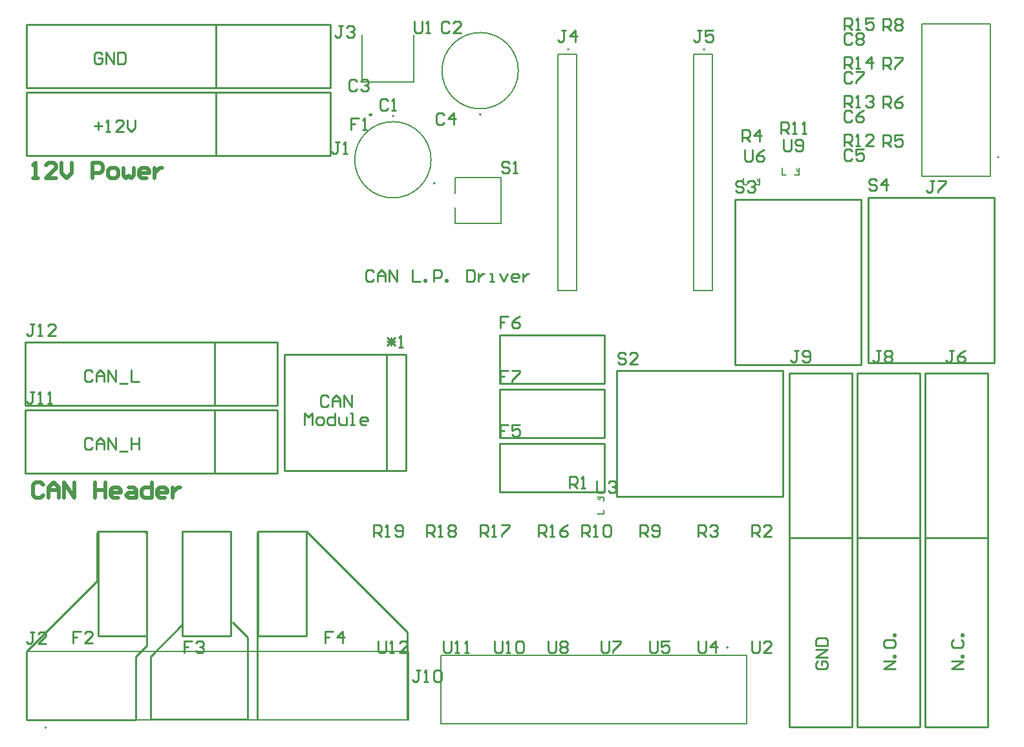
<source format=gto>
G04*
G04 #@! TF.GenerationSoftware,Altium Limited,Altium Designer,21.6.4 (81)*
G04*
G04 Layer_Color=65535*
%FSLAX25Y25*%
%MOIN*%
G70*
G04*
G04 #@! TF.SameCoordinates,954FB955-D8E7-4683-B3BB-D37EB7A61878*
G04*
G04*
G04 #@! TF.FilePolarity,Positive*
G04*
G01*
G75*
%ADD10C,0.00787*%
%ADD11C,0.00600*%
%ADD12C,0.00500*%
%ADD13C,0.01181*%
%ADD14C,0.01000*%
%ADD15C,0.02000*%
D10*
X502579Y295315D02*
G03*
X502579Y295315I-394J0D01*
G01*
X362864Y42185D02*
G03*
X362864Y42185I-394J0D01*
G01*
X190394Y316638D02*
G03*
X190394Y316638I-394J0D01*
G01*
X211756Y281858D02*
G03*
X211756Y281858I-394J0D01*
G01*
X235394Y317362D02*
G03*
X235394Y317362I-394J0D01*
G01*
X11328Y787D02*
G03*
X11328Y787I-394J0D01*
G01*
X350787Y351043D02*
G03*
X350787Y351043I-394J0D01*
G01*
X280787D02*
G03*
X280787Y351043I-394J0D01*
G01*
X345256Y348504D02*
X354744D01*
Y226496D02*
Y348504D01*
X345256Y226496D02*
Y348504D01*
Y226496D02*
X354744D01*
X275256Y348504D02*
X284744D01*
Y226496D02*
Y348504D01*
X275256Y226496D02*
Y348504D01*
Y226496D02*
X284744D01*
D11*
X295695Y118702D02*
G03*
X297200Y119795I341J1114D01*
G01*
X378101Y284005D02*
G03*
X379195Y282500I1114J-341D01*
G01*
X398201Y289305D02*
G03*
X399295Y287800I1114J-341D01*
G01*
X295300Y119800D02*
X297200D01*
X298700D01*
Y111200D02*
Y113300D01*
X295300Y111200D02*
X298700D01*
Y117700D02*
Y119800D01*
X377100Y281000D02*
X379200D01*
X370600D02*
Y284400D01*
Y281000D02*
X372700D01*
X379200D02*
Y282500D01*
Y284400D01*
X397200Y286300D02*
X399300D01*
X390700D02*
Y289700D01*
Y286300D02*
X392800D01*
X399300D02*
Y287800D01*
Y289700D01*
D12*
X209685Y294000D02*
G03*
X209685Y294000I-19685J0D01*
G01*
X254685Y340000D02*
G03*
X254685Y340000I-19685J0D01*
G01*
X498248Y285472D02*
Y364213D01*
X462815Y285472D02*
Y364213D01*
X498248D01*
X462815Y285472D02*
X498248D01*
X214832Y38248D02*
X372313D01*
X214832Y2815D02*
X372313D01*
X214832D02*
Y38248D01*
X372313Y2815D02*
Y38248D01*
X222189Y276937D02*
Y284811D01*
Y261189D02*
Y269063D01*
Y261189D02*
X245811D01*
Y284811D01*
X222189D02*
X245811D01*
X221795Y276937D02*
X222189D01*
X221795Y269063D02*
X222189D01*
X174232Y334122D02*
X200768D01*
Y358614D01*
X174232Y334122D02*
Y358614D01*
X1092Y4724D02*
Y40157D01*
X197942Y4724D02*
Y40157D01*
X1092D02*
X197942D01*
X1092Y4724D02*
X197942D01*
D13*
X178839Y317303D02*
G03*
X178839Y317303I-394J0D01*
G01*
D14*
X134250Y133500D02*
X196750D01*
X134250Y193500D02*
X196750D01*
Y133500D02*
Y193500D01*
X134250Y133500D02*
Y193500D01*
X245000Y178500D02*
Y203500D01*
X299000Y178500D02*
Y203500D01*
X245000D02*
X299000D01*
X245000Y178500D02*
X299000D01*
X245000Y150500D02*
Y175500D01*
X299000Y150500D02*
Y175500D01*
X245000D02*
X299000D01*
X245000Y150500D02*
X299000D01*
X496850Y98750D02*
Y183750D01*
X464350Y98750D02*
Y183750D01*
Y98750D02*
X496850D01*
X464400Y183800D02*
X496800D01*
X496850Y1250D02*
Y98750D01*
X464350Y1250D02*
Y98750D01*
X496850D01*
X464350Y1250D02*
X496850D01*
X429350D02*
X461850D01*
X429350Y98750D02*
X461850D01*
X429350Y1250D02*
Y98750D01*
X461850Y1250D02*
Y98750D01*
X429400Y183800D02*
X461800D01*
X429350Y98750D02*
X461850D01*
X429350D02*
Y183750D01*
X461850Y98750D02*
Y183750D01*
X426850Y98750D02*
Y183750D01*
X394350Y98750D02*
Y183750D01*
Y98750D02*
X426850D01*
X394400Y183800D02*
X426800D01*
X426850Y1250D02*
Y98750D01*
X394350Y1250D02*
Y98750D01*
X426850D01*
X394350Y1250D02*
X426850D01*
X1250Y331250D02*
X98750D01*
X1250Y363750D02*
X98750D01*
Y331250D02*
Y363750D01*
X1250Y331250D02*
Y363750D01*
X98750Y331250D02*
X131250D01*
X98750Y363750D02*
X131250D01*
X98750Y331250D02*
Y363750D01*
X125250Y331250D02*
X157750D01*
X125250Y363750D02*
X157750D01*
Y331250D02*
Y363750D01*
X1250Y296250D02*
X98750D01*
X1250Y328750D02*
X98750D01*
Y296250D02*
Y328750D01*
X1250Y296250D02*
Y328750D01*
X98750Y296250D02*
X131250D01*
X98750Y328750D02*
X131250D01*
X98750Y296250D02*
Y328750D01*
X125250Y296250D02*
X157750D01*
X125250Y328750D02*
X157750D01*
Y296250D02*
Y328750D01*
X120500Y48000D02*
Y102000D01*
X145500Y48000D02*
Y102000D01*
X120500Y48000D02*
X145500D01*
X120500Y102000D02*
X145500D01*
X81500Y48000D02*
Y102000D01*
X106500Y48000D02*
Y102000D01*
X81500Y48000D02*
X106500D01*
X81500Y102000D02*
X106500D01*
X38100Y48000D02*
Y102000D01*
X63100Y48000D02*
Y102000D01*
X38100Y48000D02*
X63100D01*
X38100Y102000D02*
X63100D01*
X62500Y101400D02*
X63100Y102000D01*
X38100D02*
X63100D01*
X37500Y101400D02*
X38100Y102000D01*
X37500Y76565D02*
Y101400D01*
X1092Y40157D02*
X37500Y76565D01*
X1092Y4724D02*
Y40157D01*
Y4724D02*
X57224D01*
X57500Y5000D01*
Y37500D01*
X63100Y43100D01*
Y48000D01*
X107500Y55000D02*
X115000Y47500D01*
Y5000D02*
Y47500D01*
X65000Y5000D02*
X115000D01*
X65000D02*
Y37500D01*
X81500Y54000D01*
Y102000D01*
X197333Y5000D02*
X197500Y5167D01*
Y50000D01*
X145500Y102000D02*
X197500Y50000D01*
X120500Y102000D02*
X145500D01*
X120000Y101500D02*
X120500Y102000D01*
X120000Y5000D02*
Y101500D01*
X186750Y133500D02*
X196750D01*
X186750Y193500D02*
X196750D01*
X186750Y133500D02*
Y193500D01*
X196750Y133500D02*
Y193500D01*
X305500Y120039D02*
Y185000D01*
X391000Y120039D02*
Y185000D01*
X305500D02*
X391000D01*
X305500Y120039D02*
X391000D01*
X245000Y122500D02*
Y147500D01*
X299000Y122500D02*
Y147500D01*
X245000D02*
X299000D01*
X245000Y122500D02*
X299000D01*
X366417Y273516D02*
X431378D01*
X366417Y188016D02*
X431378D01*
Y273516D01*
X366417Y188016D02*
Y273516D01*
X435039Y274500D02*
X500000D01*
X435039Y189000D02*
X500000D01*
Y274500D01*
X435039Y189000D02*
Y274500D01*
X500Y132250D02*
X98000D01*
X500Y164750D02*
X98000D01*
Y132250D02*
Y164750D01*
X500Y132250D02*
Y164750D01*
X98000Y132250D02*
X130500D01*
X98000Y164750D02*
X130500D01*
Y132250D02*
Y164750D01*
X98000Y132250D02*
Y164750D01*
X500Y167250D02*
X98000D01*
X500Y199750D02*
X98000D01*
Y167250D02*
Y199750D01*
X500Y167250D02*
Y199750D01*
X98000Y167250D02*
X130500D01*
X98000Y199750D02*
X130500D01*
Y167250D02*
Y199750D01*
X98000Y167250D02*
Y199750D01*
X156756Y171596D02*
X155756Y172596D01*
X153757D01*
X152757Y171596D01*
Y167597D01*
X153757Y166598D01*
X155756D01*
X156756Y167597D01*
X158755Y166598D02*
Y170596D01*
X160755Y172596D01*
X162754Y170596D01*
Y166598D01*
Y169597D01*
X158755D01*
X164753Y166598D02*
Y172596D01*
X168752Y166598D01*
Y172596D01*
X144260Y157000D02*
Y162998D01*
X146259Y160999D01*
X148259Y162998D01*
Y157000D01*
X151258D02*
X153257D01*
X154257Y158000D01*
Y159999D01*
X153257Y160999D01*
X151258D01*
X150258Y159999D01*
Y158000D01*
X151258Y157000D01*
X160255Y162998D02*
Y157000D01*
X157256D01*
X156256Y158000D01*
Y159999D01*
X157256Y160999D01*
X160255D01*
X162254D02*
Y158000D01*
X163254Y157000D01*
X166253D01*
Y160999D01*
X168252Y157000D02*
X170252D01*
X169252D01*
Y162998D01*
X168252D01*
X176250Y157000D02*
X174250D01*
X173251Y158000D01*
Y159999D01*
X174250Y160999D01*
X176250D01*
X177249Y159999D01*
Y158999D01*
X173251D01*
X179999Y235998D02*
X178999Y236998D01*
X177000D01*
X176000Y235998D01*
Y232000D01*
X177000Y231000D01*
X178999D01*
X179999Y232000D01*
X181998Y231000D02*
Y234999D01*
X183997Y236998D01*
X185997Y234999D01*
Y231000D01*
Y233999D01*
X181998D01*
X187996Y231000D02*
Y236998D01*
X191995Y231000D01*
Y236998D01*
X199992D02*
Y231000D01*
X203991D01*
X205990D02*
Y232000D01*
X206990D01*
Y231000D01*
X205990D01*
X210989D02*
Y236998D01*
X213988D01*
X214987Y235998D01*
Y233999D01*
X213988Y232999D01*
X210989D01*
X216987Y231000D02*
Y232000D01*
X217986D01*
Y231000D01*
X216987D01*
X227983Y236998D02*
Y231000D01*
X230982D01*
X231982Y232000D01*
Y235998D01*
X230982Y236998D01*
X227983D01*
X233981Y234999D02*
Y231000D01*
Y232999D01*
X234981Y233999D01*
X235981Y234999D01*
X236980D01*
X239979Y231000D02*
X241979D01*
X240979D01*
Y234999D01*
X239979D01*
X244978D02*
X246977Y231000D01*
X248976Y234999D01*
X253975Y231000D02*
X251975D01*
X250976Y232000D01*
Y233999D01*
X251975Y234999D01*
X253975D01*
X254974Y233999D01*
Y232999D01*
X250976D01*
X256974Y234999D02*
Y231000D01*
Y232999D01*
X257974Y233999D01*
X258973Y234999D01*
X259973D01*
X409002Y34999D02*
X408002Y33999D01*
Y32000D01*
X409002Y31000D01*
X413000D01*
X414000Y32000D01*
Y33999D01*
X413000Y34999D01*
X411001D01*
Y32999D01*
X414000Y36998D02*
X408002D01*
X414000Y40997D01*
X408002D01*
Y42996D02*
X414000D01*
Y45995D01*
X413000Y46995D01*
X409002D01*
X408002Y45995D01*
Y42996D01*
X484000Y31000D02*
X478002D01*
X484000Y34999D01*
X478002D01*
X484000Y36998D02*
X483000D01*
Y37998D01*
X484000D01*
Y36998D01*
X479002Y45995D02*
X478002Y44995D01*
Y42996D01*
X479002Y41996D01*
X483000D01*
X484000Y42996D01*
Y44995D01*
X483000Y45995D01*
X484000Y47995D02*
X483000D01*
Y48994D01*
X484000D01*
Y47995D01*
X449000Y31000D02*
X443002D01*
X449000Y34999D01*
X443002D01*
X449000Y36998D02*
X448000D01*
Y37998D01*
X449000D01*
Y36998D01*
X443002Y44995D02*
Y42996D01*
X444002Y41996D01*
X448000D01*
X449000Y42996D01*
Y44995D01*
X448000Y45995D01*
X444002D01*
X443002Y44995D01*
X449000Y47995D02*
X448000D01*
Y48994D01*
X449000D01*
Y47995D01*
X36000Y311499D02*
X39999D01*
X37999Y313498D02*
Y309500D01*
X41998Y308500D02*
X43997D01*
X42998D01*
Y314498D01*
X41998Y313498D01*
X50995Y308500D02*
X46996D01*
X50995Y312499D01*
Y313498D01*
X49995Y314498D01*
X47996D01*
X46996Y313498D01*
X52995Y314498D02*
Y310499D01*
X54994Y308500D01*
X56993Y310499D01*
Y314498D01*
X39999Y348498D02*
X38999Y349498D01*
X37000D01*
X36000Y348498D01*
Y344500D01*
X37000Y343500D01*
X38999D01*
X39999Y344500D01*
Y346499D01*
X37999D01*
X41998Y343500D02*
Y349498D01*
X45997Y343500D01*
Y349498D01*
X47996D02*
Y343500D01*
X50995D01*
X51995Y344500D01*
Y348498D01*
X50995Y349498D01*
X47996D01*
X34999Y149498D02*
X33999Y150498D01*
X32000D01*
X31000Y149498D01*
Y145499D01*
X32000Y144500D01*
X33999D01*
X34999Y145499D01*
X36998Y144500D02*
Y148498D01*
X38997Y150498D01*
X40997Y148498D01*
Y144500D01*
Y147499D01*
X36998D01*
X42996Y144500D02*
Y150498D01*
X46995Y144500D01*
Y150498D01*
X48994Y143500D02*
X52993D01*
X54992Y150498D02*
Y144500D01*
Y147499D01*
X58991D01*
Y150498D01*
Y144500D01*
X34999Y184498D02*
X33999Y185498D01*
X32000D01*
X31000Y184498D01*
Y180499D01*
X32000Y179500D01*
X33999D01*
X34999Y180499D01*
X36998Y179500D02*
Y183498D01*
X38997Y185498D01*
X40997Y183498D01*
Y179500D01*
Y182499D01*
X36998D01*
X42996Y179500D02*
Y185498D01*
X46995Y179500D01*
Y185498D01*
X48994Y178500D02*
X52993D01*
X54992Y185498D02*
Y179500D01*
X58991D01*
X249499Y184998D02*
X245500D01*
Y181999D01*
X247499D01*
X245500D01*
Y179000D01*
X251498Y184998D02*
X255497D01*
Y183998D01*
X251498Y180000D01*
Y179000D01*
X249499Y212998D02*
X245500D01*
Y209999D01*
X247499D01*
X245500D01*
Y207000D01*
X255497Y212998D02*
X253497Y211998D01*
X251498Y209999D01*
Y208000D01*
X252498Y207000D01*
X254497D01*
X255497Y208000D01*
Y208999D01*
X254497Y209999D01*
X251498D01*
X182502Y45499D02*
Y40501D01*
X183502Y39501D01*
X185502D01*
X186501Y40501D01*
Y45499D01*
X188500Y39501D02*
X190500D01*
X189500D01*
Y45499D01*
X188500Y44499D01*
X197498Y39501D02*
X193499D01*
X197498Y43500D01*
Y44499D01*
X196498Y45499D01*
X194499D01*
X193499Y44499D01*
X216002Y45499D02*
Y40501D01*
X217002Y39501D01*
X219001D01*
X220001Y40501D01*
Y45499D01*
X222000Y39501D02*
X224000D01*
X223000D01*
Y45499D01*
X222000Y44499D01*
X226998Y39501D02*
X228998D01*
X227998D01*
Y45499D01*
X226998Y44499D01*
X242502Y45499D02*
Y40501D01*
X243502Y39501D01*
X245501D01*
X246501Y40501D01*
Y45499D01*
X248500Y39501D02*
X250500D01*
X249500D01*
Y45499D01*
X248500Y44499D01*
X253499D02*
X254499Y45499D01*
X256498D01*
X257498Y44499D01*
Y40501D01*
X256498Y39501D01*
X254499D01*
X253499Y40501D01*
Y44499D01*
X391400Y304398D02*
Y299400D01*
X392400Y298400D01*
X394399D01*
X395399Y299400D01*
Y304398D01*
X397398Y299400D02*
X398398Y298400D01*
X400397D01*
X401397Y299400D01*
Y303398D01*
X400397Y304398D01*
X398398D01*
X397398Y303398D01*
Y302399D01*
X398398Y301399D01*
X401397D01*
X270002Y45499D02*
Y40501D01*
X271001Y39501D01*
X273001D01*
X274000Y40501D01*
Y45499D01*
X276000Y44499D02*
X276999Y45499D01*
X278999D01*
X279998Y44499D01*
Y43500D01*
X278999Y42500D01*
X279998Y41500D01*
Y40501D01*
X278999Y39501D01*
X276999D01*
X276000Y40501D01*
Y41500D01*
X276999Y42500D01*
X276000Y43500D01*
Y44499D01*
X276999Y42500D02*
X278999D01*
X297502Y45499D02*
Y40501D01*
X298501Y39501D01*
X300501D01*
X301500Y40501D01*
Y45499D01*
X303500D02*
X307498D01*
Y44499D01*
X303500Y40501D01*
Y39501D01*
X371300Y299098D02*
Y294100D01*
X372300Y293100D01*
X374299D01*
X375299Y294100D01*
Y299098D01*
X381297D02*
X379297Y298098D01*
X377298Y296099D01*
Y294100D01*
X378298Y293100D01*
X380297D01*
X381297Y294100D01*
Y295099D01*
X380297Y296099D01*
X377298D01*
X322502Y45499D02*
Y40501D01*
X323501Y39501D01*
X325501D01*
X326500Y40501D01*
Y45499D01*
X332498D02*
X328500D01*
Y42500D01*
X330499Y43500D01*
X331499D01*
X332498Y42500D01*
Y40501D01*
X331499Y39501D01*
X329499D01*
X328500Y40501D01*
X347502Y45499D02*
Y40501D01*
X348501Y39501D01*
X350501D01*
X351500Y40501D01*
Y45499D01*
X356499Y39501D02*
Y45499D01*
X353500Y42500D01*
X357498D01*
X295002Y127999D02*
Y123001D01*
X296001Y122001D01*
X298001D01*
X299000Y123001D01*
Y127999D01*
X301000Y126999D02*
X301999Y127999D01*
X303999D01*
X304998Y126999D01*
Y126000D01*
X303999Y125000D01*
X302999D01*
X303999D01*
X304998Y124000D01*
Y123001D01*
X303999Y122001D01*
X301999D01*
X301000Y123001D01*
X375002Y45499D02*
Y40501D01*
X376001Y39501D01*
X378001D01*
X379000Y40501D01*
Y45499D01*
X384998Y39501D02*
X381000D01*
X384998Y43500D01*
Y44499D01*
X383999Y45499D01*
X381999D01*
X381000Y44499D01*
X201001Y365499D02*
Y360501D01*
X202001Y359501D01*
X204000D01*
X205000Y360501D01*
Y365499D01*
X206999Y359501D02*
X208999D01*
X207999D01*
Y365499D01*
X206999Y364499D01*
X439499Y282998D02*
X438499Y283998D01*
X436500D01*
X435500Y282998D01*
Y281999D01*
X436500Y280999D01*
X438499D01*
X439499Y279999D01*
Y279000D01*
X438499Y278000D01*
X436500D01*
X435500Y279000D01*
X444497Y278000D02*
Y283998D01*
X441498Y280999D01*
X445497D01*
X370899Y281998D02*
X369899Y282998D01*
X367900D01*
X366900Y281998D01*
Y280999D01*
X367900Y279999D01*
X369899D01*
X370899Y278999D01*
Y278000D01*
X369899Y277000D01*
X367900D01*
X366900Y278000D01*
X372898Y281998D02*
X373898Y282998D01*
X375897D01*
X376897Y281998D01*
Y280999D01*
X375897Y279999D01*
X374897D01*
X375897D01*
X376897Y278999D01*
Y278000D01*
X375897Y277000D01*
X373898D01*
X372898Y278000D01*
X309999Y193498D02*
X308999Y194498D01*
X307000D01*
X306000Y193498D01*
Y192499D01*
X307000Y191499D01*
X308999D01*
X309999Y190499D01*
Y189500D01*
X308999Y188500D01*
X307000D01*
X306000Y189500D01*
X315997Y188500D02*
X311998D01*
X315997Y192499D01*
Y193498D01*
X314997Y194498D01*
X312998D01*
X311998Y193498D01*
X250000Y291999D02*
X249000Y292999D01*
X247001D01*
X246001Y291999D01*
Y291000D01*
X247001Y290000D01*
X249000D01*
X250000Y289000D01*
Y288001D01*
X249000Y287001D01*
X247001D01*
X246001Y288001D01*
X251999Y287001D02*
X253999D01*
X252999D01*
Y292999D01*
X251999Y291999D01*
X180002Y99501D02*
Y105499D01*
X183001D01*
X184001Y104499D01*
Y102500D01*
X183001Y101500D01*
X180002D01*
X182002D02*
X184001Y99501D01*
X186001D02*
X188000D01*
X187000D01*
Y105499D01*
X186001Y104499D01*
X190999Y100501D02*
X191999Y99501D01*
X193998D01*
X194998Y100501D01*
Y104499D01*
X193998Y105499D01*
X191999D01*
X190999Y104499D01*
Y103500D01*
X191999Y102500D01*
X194998D01*
X207502Y99501D02*
Y105499D01*
X210502D01*
X211501Y104499D01*
Y102500D01*
X210502Y101500D01*
X207502D01*
X209502D02*
X211501Y99501D01*
X213500D02*
X215500D01*
X214500D01*
Y105499D01*
X213500Y104499D01*
X218499D02*
X219498Y105499D01*
X221498D01*
X222498Y104499D01*
Y103500D01*
X221498Y102500D01*
X222498Y101500D01*
Y100501D01*
X221498Y99501D01*
X219498D01*
X218499Y100501D01*
Y101500D01*
X219498Y102500D01*
X218499Y103500D01*
Y104499D01*
X219498Y102500D02*
X221498D01*
X235002Y99501D02*
Y105499D01*
X238001D01*
X239001Y104499D01*
Y102500D01*
X238001Y101500D01*
X235002D01*
X237002D02*
X239001Y99501D01*
X241001D02*
X243000D01*
X242000D01*
Y105499D01*
X241001Y104499D01*
X245999Y105499D02*
X249998D01*
Y104499D01*
X245999Y100501D01*
Y99501D01*
X265002D02*
Y105499D01*
X268002D01*
X269001Y104499D01*
Y102500D01*
X268002Y101500D01*
X265002D01*
X267002D02*
X269001Y99501D01*
X271001D02*
X273000D01*
X272000D01*
Y105499D01*
X271001Y104499D01*
X279998Y105499D02*
X277998Y104499D01*
X275999Y102500D01*
Y100501D01*
X276998Y99501D01*
X278998D01*
X279998Y100501D01*
Y101500D01*
X278998Y102500D01*
X275999D01*
X422700Y361000D02*
Y366998D01*
X425699D01*
X426699Y365998D01*
Y363999D01*
X425699Y362999D01*
X422700D01*
X424699D02*
X426699Y361000D01*
X428698D02*
X430697D01*
X429698D01*
Y366998D01*
X428698Y365998D01*
X437695Y366998D02*
X433696D01*
Y363999D01*
X435696Y364999D01*
X436695D01*
X437695Y363999D01*
Y362000D01*
X436695Y361000D01*
X434696D01*
X433696Y362000D01*
X422700Y341000D02*
Y346998D01*
X425699D01*
X426699Y345998D01*
Y343999D01*
X425699Y342999D01*
X422700D01*
X424699D02*
X426699Y341000D01*
X428698D02*
X430697D01*
X429698D01*
Y346998D01*
X428698Y345998D01*
X436695Y341000D02*
Y346998D01*
X433696Y343999D01*
X437695D01*
X422700Y321000D02*
Y326998D01*
X425699D01*
X426699Y325998D01*
Y323999D01*
X425699Y322999D01*
X422700D01*
X424699D02*
X426699Y321000D01*
X428698D02*
X430697D01*
X429698D01*
Y326998D01*
X428698Y325998D01*
X433696D02*
X434696Y326998D01*
X436695D01*
X437695Y325998D01*
Y324999D01*
X436695Y323999D01*
X435696D01*
X436695D01*
X437695Y322999D01*
Y322000D01*
X436695Y321000D01*
X434696D01*
X433696Y322000D01*
X422700Y301000D02*
Y306998D01*
X425699D01*
X426699Y305998D01*
Y303999D01*
X425699Y302999D01*
X422700D01*
X424699D02*
X426699Y301000D01*
X428698D02*
X430697D01*
X429698D01*
Y306998D01*
X428698Y305998D01*
X437695Y301000D02*
X433696D01*
X437695Y304999D01*
Y305998D01*
X436695Y306998D01*
X434696D01*
X433696Y305998D01*
X390100Y307400D02*
Y313398D01*
X393099D01*
X394099Y312398D01*
Y310399D01*
X393099Y309399D01*
X390100D01*
X392099D02*
X394099Y307400D01*
X396098D02*
X398097D01*
X397098D01*
Y313398D01*
X396098Y312398D01*
X401096Y307400D02*
X403096D01*
X402096D01*
Y313398D01*
X401096Y312398D01*
X287502Y99501D02*
Y105499D01*
X290501D01*
X291501Y104499D01*
Y102500D01*
X290501Y101500D01*
X287502D01*
X289502D02*
X291501Y99501D01*
X293500D02*
X295500D01*
X294500D01*
Y105499D01*
X293500Y104499D01*
X298499D02*
X299499Y105499D01*
X301498D01*
X302498Y104499D01*
Y100501D01*
X301498Y99501D01*
X299499D01*
X298499Y100501D01*
Y104499D01*
X317502Y99501D02*
Y105499D01*
X320501D01*
X321500Y104499D01*
Y102500D01*
X320501Y101500D01*
X317502D01*
X319501D02*
X321500Y99501D01*
X323500Y100501D02*
X324499Y99501D01*
X326499D01*
X327498Y100501D01*
Y104499D01*
X326499Y105499D01*
X324499D01*
X323500Y104499D01*
Y103500D01*
X324499Y102500D01*
X327498D01*
X442600Y360900D02*
Y366898D01*
X445599D01*
X446599Y365898D01*
Y363899D01*
X445599Y362899D01*
X442600D01*
X444599D02*
X446599Y360900D01*
X448598Y365898D02*
X449598Y366898D01*
X451597D01*
X452597Y365898D01*
Y364899D01*
X451597Y363899D01*
X452597Y362899D01*
Y361900D01*
X451597Y360900D01*
X449598D01*
X448598Y361900D01*
Y362899D01*
X449598Y363899D01*
X448598Y364899D01*
Y365898D01*
X449598Y363899D02*
X451597D01*
X442600Y340900D02*
Y346898D01*
X445599D01*
X446599Y345898D01*
Y343899D01*
X445599Y342899D01*
X442600D01*
X444599D02*
X446599Y340900D01*
X448598Y346898D02*
X452597D01*
Y345898D01*
X448598Y341900D01*
Y340900D01*
X442600Y320900D02*
Y326898D01*
X445599D01*
X446599Y325898D01*
Y323899D01*
X445599Y322899D01*
X442600D01*
X444599D02*
X446599Y320900D01*
X452597Y326898D02*
X450597Y325898D01*
X448598Y323899D01*
Y321900D01*
X449598Y320900D01*
X451597D01*
X452597Y321900D01*
Y322899D01*
X451597Y323899D01*
X448598D01*
X442600Y300900D02*
Y306898D01*
X445599D01*
X446599Y305898D01*
Y303899D01*
X445599Y302899D01*
X442600D01*
X444599D02*
X446599Y300900D01*
X452597Y306898D02*
X448598D01*
Y303899D01*
X450597Y304899D01*
X451597D01*
X452597Y303899D01*
Y301900D01*
X451597Y300900D01*
X449598D01*
X448598Y301900D01*
X370100Y303400D02*
Y309398D01*
X373099D01*
X374099Y308398D01*
Y306399D01*
X373099Y305399D01*
X370100D01*
X372099D02*
X374099Y303400D01*
X379097D02*
Y309398D01*
X376098Y306399D01*
X380097D01*
X347502Y99501D02*
Y105499D01*
X350501D01*
X351500Y104499D01*
Y102500D01*
X350501Y101500D01*
X347502D01*
X349501D02*
X351500Y99501D01*
X353500Y104499D02*
X354499Y105499D01*
X356499D01*
X357498Y104499D01*
Y103500D01*
X356499Y102500D01*
X355499D01*
X356499D01*
X357498Y101500D01*
Y100501D01*
X356499Y99501D01*
X354499D01*
X353500Y100501D01*
X375002Y99501D02*
Y105499D01*
X378001D01*
X379000Y104499D01*
Y102500D01*
X378001Y101500D01*
X375002D01*
X377001D02*
X379000Y99501D01*
X384998D02*
X381000D01*
X384998Y103500D01*
Y104499D01*
X383999Y105499D01*
X381999D01*
X381000Y104499D01*
X281001Y124501D02*
Y130499D01*
X284000D01*
X285000Y129499D01*
Y127500D01*
X284000Y126500D01*
X281001D01*
X283001D02*
X285000Y124501D01*
X286999D02*
X288999D01*
X287999D01*
Y130499D01*
X286999Y129499D01*
X5049Y209198D02*
X3049D01*
X4049D01*
Y204200D01*
X3049Y203200D01*
X2050D01*
X1050Y204200D01*
X7048Y203200D02*
X9047D01*
X8048D01*
Y209198D01*
X7048Y208198D01*
X16045Y203200D02*
X12046D01*
X16045Y207199D01*
Y208198D01*
X15045Y209198D01*
X13046D01*
X12046Y208198D01*
X5049Y174198D02*
X3049D01*
X4049D01*
Y169200D01*
X3049Y168200D01*
X2050D01*
X1050Y169200D01*
X7048Y168200D02*
X9047D01*
X8048D01*
Y174198D01*
X7048Y173198D01*
X12046Y168200D02*
X14046D01*
X13046D01*
Y174198D01*
X12046Y173198D01*
X204001Y30499D02*
X202002D01*
X203001D01*
Y25501D01*
X202002Y24501D01*
X201002D01*
X200002Y25501D01*
X206000Y24501D02*
X208000D01*
X207000D01*
Y30499D01*
X206000Y29499D01*
X210999D02*
X211999Y30499D01*
X213998D01*
X214998Y29499D01*
Y25501D01*
X213998Y24501D01*
X211999D01*
X210999Y25501D01*
Y29499D01*
X399000Y195499D02*
X397001D01*
X398001D01*
Y190501D01*
X397001Y189501D01*
X396001D01*
X395002Y190501D01*
X401000D02*
X401999Y189501D01*
X403999D01*
X404998Y190501D01*
Y194499D01*
X403999Y195499D01*
X401999D01*
X401000Y194499D01*
Y193500D01*
X401999Y192500D01*
X404998D01*
X441500Y195499D02*
X439501D01*
X440501D01*
Y190501D01*
X439501Y189501D01*
X438501D01*
X437502Y190501D01*
X443500Y194499D02*
X444499Y195499D01*
X446499D01*
X447498Y194499D01*
Y193500D01*
X446499Y192500D01*
X447498Y191500D01*
Y190501D01*
X446499Y189501D01*
X444499D01*
X443500Y190501D01*
Y191500D01*
X444499Y192500D01*
X443500Y193500D01*
Y194499D01*
X444499Y192500D02*
X446499D01*
X469000Y282999D02*
X467001D01*
X468001D01*
Y278001D01*
X467001Y277001D01*
X466001D01*
X465002Y278001D01*
X471000Y282999D02*
X474998D01*
Y281999D01*
X471000Y278001D01*
Y277001D01*
X479000Y195499D02*
X477001D01*
X478001D01*
Y190501D01*
X477001Y189501D01*
X476001D01*
X475002Y190501D01*
X484998Y195499D02*
X482999Y194499D01*
X481000Y192500D01*
Y190501D01*
X481999Y189501D01*
X483999D01*
X484998Y190501D01*
Y191500D01*
X483999Y192500D01*
X481000D01*
X349199Y360798D02*
X347199D01*
X348199D01*
Y355800D01*
X347199Y354800D01*
X346200D01*
X345200Y355800D01*
X355197Y360798D02*
X351198D01*
Y357799D01*
X353197Y358799D01*
X354197D01*
X355197Y357799D01*
Y355800D01*
X354197Y354800D01*
X352198D01*
X351198Y355800D01*
X279199Y360798D02*
X277199D01*
X278199D01*
Y355800D01*
X277199Y354800D01*
X276200D01*
X275200Y355800D01*
X284197Y354800D02*
Y360798D01*
X281198Y357799D01*
X285197D01*
X164000Y362999D02*
X162001D01*
X163001D01*
Y358001D01*
X162001Y357001D01*
X161001D01*
X160002Y358001D01*
X166000Y361999D02*
X166999Y362999D01*
X168999D01*
X169998Y361999D01*
Y361000D01*
X168999Y360000D01*
X167999D01*
X168999D01*
X169998Y359000D01*
Y358001D01*
X168999Y357001D01*
X166999D01*
X166000Y358001D01*
X4999Y50198D02*
X2999D01*
X3999D01*
Y45200D01*
X2999Y44200D01*
X2000D01*
X1000Y45200D01*
X10997Y44200D02*
X6998D01*
X10997Y48199D01*
Y49198D01*
X9997Y50198D01*
X7998D01*
X6998Y49198D01*
X162500Y302999D02*
X160501D01*
X161500D01*
Y298001D01*
X160501Y297001D01*
X159501D01*
X158501Y298001D01*
X164499Y297001D02*
X166499D01*
X165499D01*
Y302999D01*
X164499Y301999D01*
X249499Y156998D02*
X245500D01*
Y153999D01*
X247499D01*
X245500D01*
Y151000D01*
X255497Y156998D02*
X251498D01*
Y153999D01*
X253497Y154999D01*
X254497D01*
X255497Y153999D01*
Y152000D01*
X254497Y151000D01*
X252498D01*
X251498Y152000D01*
X159000Y50499D02*
X155002D01*
Y47500D01*
X157001D01*
X155002D01*
Y44501D01*
X163999D02*
Y50499D01*
X161000Y47500D01*
X164998D01*
X86500Y45499D02*
X82502D01*
Y42500D01*
X84501D01*
X82502D01*
Y39501D01*
X88500Y44499D02*
X89499Y45499D01*
X91499D01*
X92498Y44499D01*
Y43500D01*
X91499Y42500D01*
X90499D01*
X91499D01*
X92498Y41500D01*
Y40501D01*
X91499Y39501D01*
X89499D01*
X88500Y40501D01*
X29000Y50499D02*
X25002D01*
Y47500D01*
X27001D01*
X25002D01*
Y44501D01*
X34998D02*
X31000D01*
X34998Y48500D01*
Y49499D01*
X33999Y50499D01*
X31999D01*
X31000Y49499D01*
X172500Y315499D02*
X168501D01*
Y312500D01*
X170501D01*
X168501D01*
Y309501D01*
X174499D02*
X176499D01*
X175499D01*
Y315499D01*
X174499Y314499D01*
X426599Y358398D02*
X425599Y359398D01*
X423600D01*
X422600Y358398D01*
Y354400D01*
X423600Y353400D01*
X425599D01*
X426599Y354400D01*
X428598Y358398D02*
X429598Y359398D01*
X431597D01*
X432597Y358398D01*
Y357399D01*
X431597Y356399D01*
X432597Y355399D01*
Y354400D01*
X431597Y353400D01*
X429598D01*
X428598Y354400D01*
Y355399D01*
X429598Y356399D01*
X428598Y357399D01*
Y358398D01*
X429598Y356399D02*
X431597D01*
X426599Y338398D02*
X425599Y339398D01*
X423600D01*
X422600Y338398D01*
Y334400D01*
X423600Y333400D01*
X425599D01*
X426599Y334400D01*
X428598Y339398D02*
X432597D01*
Y338398D01*
X428598Y334400D01*
Y333400D01*
X426599Y318398D02*
X425599Y319398D01*
X423600D01*
X422600Y318398D01*
Y314400D01*
X423600Y313400D01*
X425599D01*
X426599Y314400D01*
X432597Y319398D02*
X430597Y318398D01*
X428598Y316399D01*
Y314400D01*
X429598Y313400D01*
X431597D01*
X432597Y314400D01*
Y315399D01*
X431597Y316399D01*
X428598D01*
X426599Y298398D02*
X425599Y299398D01*
X423600D01*
X422600Y298398D01*
Y294400D01*
X423600Y293400D01*
X425599D01*
X426599Y294400D01*
X432597Y299398D02*
X428598D01*
Y296399D01*
X430597Y297399D01*
X431597D01*
X432597Y296399D01*
Y294400D01*
X431597Y293400D01*
X429598D01*
X428598Y294400D01*
X216500Y316999D02*
X215501Y317999D01*
X213501D01*
X212502Y316999D01*
Y313001D01*
X213501Y312001D01*
X215501D01*
X216500Y313001D01*
X221499Y312001D02*
Y317999D01*
X218500Y315000D01*
X222498D01*
X171500Y334499D02*
X170501Y335499D01*
X168501D01*
X167502Y334499D01*
Y330501D01*
X168501Y329501D01*
X170501D01*
X171500Y330501D01*
X173500Y334499D02*
X174499Y335499D01*
X176499D01*
X177498Y334499D01*
Y333500D01*
X176499Y332500D01*
X175499D01*
X176499D01*
X177498Y331500D01*
Y330501D01*
X176499Y329501D01*
X174499D01*
X173500Y330501D01*
X219000Y364499D02*
X218001Y365499D01*
X216001D01*
X215002Y364499D01*
Y360501D01*
X216001Y359501D01*
X218001D01*
X219000Y360501D01*
X224998Y359501D02*
X221000D01*
X224998Y363500D01*
Y364499D01*
X223999Y365499D01*
X221999D01*
X221000Y364499D01*
X187500Y324499D02*
X186500Y325499D01*
X184501D01*
X183501Y324499D01*
Y320501D01*
X184501Y319501D01*
X186500D01*
X187500Y320501D01*
X189499Y319501D02*
X191499D01*
X190499D01*
Y325499D01*
X189499Y324499D01*
X187250Y201998D02*
X191249Y198000D01*
X187250D02*
X191249Y201998D01*
X187250Y199999D02*
X191249D01*
X189249Y198000D02*
Y201998D01*
X193248Y197000D02*
X195247D01*
X194248D01*
Y202998D01*
X193248Y201998D01*
D15*
X4500Y284500D02*
X7166D01*
X5833D01*
Y292497D01*
X4500Y291164D01*
X16496Y284500D02*
X11164D01*
X16496Y289832D01*
Y291164D01*
X15163Y292497D01*
X12497D01*
X11164Y291164D01*
X19162Y292497D02*
Y287166D01*
X21828Y284500D01*
X24494Y287166D01*
Y292497D01*
X35157Y284500D02*
Y292497D01*
X39156D01*
X40488Y291164D01*
Y288499D01*
X39156Y287166D01*
X35157D01*
X44487Y284500D02*
X47153D01*
X48486Y285833D01*
Y288499D01*
X47153Y289832D01*
X44487D01*
X43154Y288499D01*
Y285833D01*
X44487Y284500D01*
X51152Y289832D02*
Y285833D01*
X52485Y284500D01*
X53817Y285833D01*
X55150Y284500D01*
X56483Y285833D01*
Y289832D01*
X63148Y284500D02*
X60482D01*
X59149Y285833D01*
Y288499D01*
X60482Y289832D01*
X63148D01*
X64481Y288499D01*
Y287166D01*
X59149D01*
X67146Y289832D02*
Y284500D01*
Y287166D01*
X68479Y288499D01*
X69812Y289832D01*
X71145D01*
X9832Y126164D02*
X8499Y127497D01*
X5833D01*
X4500Y126164D01*
Y120833D01*
X5833Y119500D01*
X8499D01*
X9832Y120833D01*
X12497Y119500D02*
Y124832D01*
X15163Y127497D01*
X17829Y124832D01*
Y119500D01*
Y123499D01*
X12497D01*
X20495Y119500D02*
Y127497D01*
X25826Y119500D01*
Y127497D01*
X36490D02*
Y119500D01*
Y123499D01*
X41821D01*
Y127497D01*
Y119500D01*
X48486D02*
X45820D01*
X44487Y120833D01*
Y123499D01*
X45820Y124832D01*
X48486D01*
X49819Y123499D01*
Y122166D01*
X44487D01*
X53817Y124832D02*
X56483D01*
X57816Y123499D01*
Y119500D01*
X53817D01*
X52485Y120833D01*
X53817Y122166D01*
X57816D01*
X65813Y127497D02*
Y119500D01*
X61815D01*
X60482Y120833D01*
Y123499D01*
X61815Y124832D01*
X65813D01*
X72478Y119500D02*
X69812D01*
X68479Y120833D01*
Y123499D01*
X69812Y124832D01*
X72478D01*
X73811Y123499D01*
Y122166D01*
X68479D01*
X76477Y124832D02*
Y119500D01*
Y122166D01*
X77810Y123499D01*
X79142Y124832D01*
X80475D01*
M02*

</source>
